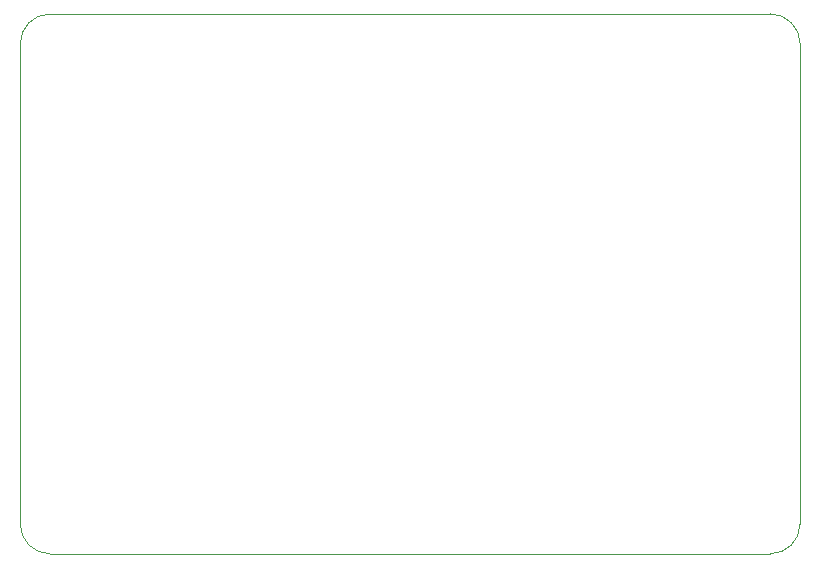
<source format=gbr>
G04 #@! TF.GenerationSoftware,KiCad,Pcbnew,(5.0.2)-1*
G04 #@! TF.CreationDate,2019-04-10T17:41:03-03:00*
G04 #@! TF.ProjectId,ponta-de-prova-logica-simplificada,706f6e74-612d-4646-952d-70726f76612d,03*
G04 #@! TF.SameCoordinates,Original*
G04 #@! TF.FileFunction,Profile,NP*
%FSLAX46Y46*%
G04 Gerber Fmt 4.6, Leading zero omitted, Abs format (unit mm)*
G04 Created by KiCad (PCBNEW (5.0.2)-1) date 10-04-2019 17:41:03*
%MOMM*%
%LPD*%
G01*
G04 APERTURE LIST*
%ADD10C,0.100000*%
G04 APERTURE END LIST*
D10*
X20320000Y-64135000D02*
G75*
G02X17780000Y-61595000I0J2540000D01*
G01*
X83820000Y-61595000D02*
G75*
G02X81280000Y-64135000I-2540000J0D01*
G01*
X81280000Y-18415000D02*
G75*
G02X83820000Y-20955000I0J-2540000D01*
G01*
X17780000Y-20955000D02*
G75*
G02X20320000Y-18415000I2540000J0D01*
G01*
X20320000Y-64135000D02*
X81280000Y-64135000D01*
X17780000Y-20955000D02*
X17780000Y-61595000D01*
X81280000Y-18415000D02*
X20320000Y-18415000D01*
X83820000Y-61595000D02*
X83820000Y-20955000D01*
M02*

</source>
